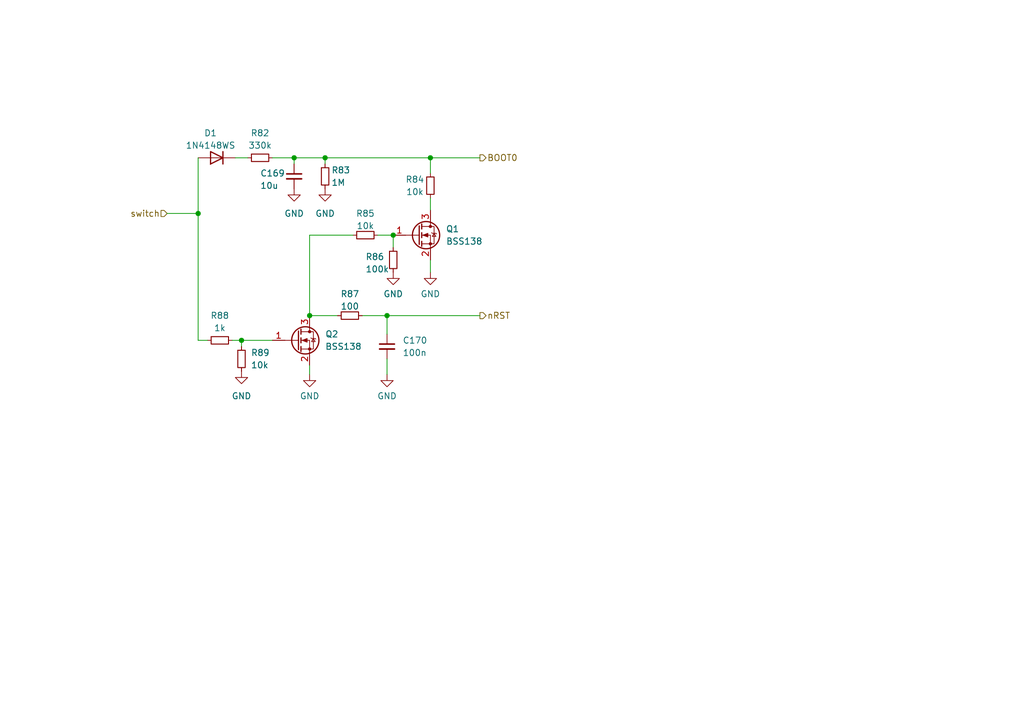
<source format=kicad_sch>
(kicad_sch (version 20231120) (generator "eeschema") (generator_version "8.0")
  (paper "A5")
  (lib_symbols
    (symbol "Device:C_Small" (pin_numbers hide) (pin_names (offset 0.254) hide)
      (property "Reference" "C" (at 0.254 1.778 0))
      (property "Value" "C_Small" (at 0.254 -2.032 0))
      (symbol "C_Small_0_1"
        (polyline (pts (xy -1.524 -0.508) (xy 1.524 -0.508)) (stroke (width 0.3302)))
        (polyline (pts (xy -1.524 0.508) (xy 1.524 0.508)) (stroke (width 0.3048)))
      )
      (symbol "C_Small_1_1"
        (pin passive line (at 0 2.54 270) (length 2.032) (name "~") (number "1"))
        (pin passive line (at 0 -2.54 90) (length 2.032) (name "~") (number "2"))
      )
    )
    (symbol "Device:R_Small" (pin_numbers hide) (pin_names (offset 0.254) hide)
      (property "Reference" "R" (at 0.762 0.508 0))
      (property "Value" "R_Small" (at 0.762 -1.016 0))
      (symbol "R_Small_0_1"
        (rectangle (start -0.762 1.778) (end 0.762 -1.778) (stroke (width 0.2032)))
      )
      (symbol "R_Small_1_1"
        (pin passive line (at 0 2.54 270) (length 0.762) (name "~") (number "1"))
        (pin passive line (at 0 -2.54 90) (length 0.762) (name "~") (number "2"))
      )
    )
    (symbol "Diode:1N4148WS" (pin_numbers hide) (pin_names hide)
      (property "Reference" "D" (at 0 2.54 0))
      (property "Value" "1N4148WS" (at 0 -2.54 0))
      (symbol "1N4148WS_0_1"
        (polyline (pts (xy -1.27 1.27) (xy -1.27 -1.27)) (stroke (width 0.254)))
        (polyline (pts (xy 1.27 0) (xy -1.27 0)))
        (polyline (pts (xy 1.27 1.27) (xy 1.27 -1.27) (xy -1.27 0) (xy 1.27 1.27)) (stroke (width 0.254)))
      )
      (symbol "1N4148WS_1_1"
        (pin passive line (at -3.81 0 0) (length 2.54) (name "K") (number "1"))
        (pin passive line (at 3.81 0 180) (length 2.54) (name "A") (number "2"))
      )
    )
    (symbol "Transistor_FET:2N7002" (pin_names hide)
      (property "Reference" "Q" (at 5.08 1.905 0))
      (property "Value" "2N7002" (at 5.08 0 0))
      (symbol "2N7002_0_1"
        (polyline (pts (xy 0.254 0) (xy -2.54 0)))
        (polyline (pts (xy 0.254 1.905) (xy 0.254 -1.905)) (stroke (width 0.254)))
        (polyline (pts (xy 0.762 -1.27) (xy 0.762 -2.286)) (stroke (width 0.254)))
        (polyline (pts (xy 0.762 0.508) (xy 0.762 -0.508)) (stroke (width 0.254)))
        (polyline (pts (xy 0.762 2.286) (xy 0.762 1.27)) (stroke (width 0.254)))
        (polyline (pts (xy 2.54 2.54) (xy 2.54 1.778)))
        (polyline (pts (xy 2.54 -2.54) (xy 2.54 0) (xy 0.762 0)))
        (polyline (pts (xy 0.762 -1.778) (xy 3.302 -1.778) (xy 3.302 1.778) (xy 0.762 1.778)))
        (polyline (pts (xy 1.016 0) (xy 2.032 0.381) (xy 2.032 -0.381) (xy 1.016 0)) (fill (type outline)))
        (polyline (pts (xy 2.794 0.508) (xy 2.921 0.381) (xy 3.683 0.381) (xy 3.81 0.254)))
        (polyline (pts (xy 3.302 0.381) (xy 2.921 -0.254) (xy 3.683 -0.254) (xy 3.302 0.381)))
        (circle (center 1.651 0) (radius 2.794) (stroke (width 0.254)))
        (circle (center 2.54 -1.778) (radius 0.254) (fill (type outline)))
        (circle (center 2.54 1.778) (radius 0.254) (fill (type outline)))
      )
      (symbol "2N7002_1_1"
        (pin input line (at -5.08 0 0) (length 2.54) (name "G") (number "1"))
        (pin passive line (at 2.54 -5.08 90) (length 2.54) (name "S") (number "2"))
        (pin passive line (at 2.54 5.08 270) (length 2.54) (name "D") (number "3"))
      )
    )
    (symbol "power:GND" (power) (pin_names (offset 0))
      (property "Value" "GND" (at 0 -3.81 0))
      (symbol "GND_0_1"
        (polyline (pts (xy 0 0) (xy 0 -1.27) (xy 1.27 -1.27) (xy 0 -2.54) (xy -1.27 -1.27) (xy 0 -1.27)))
      )
      (symbol "GND_1_1"
        (pin power_in line (at 0 0 270) (length 0) hide (name "GND") (number "1"))
      )
    )
  )
  (junction (at 60.325 32.385))
  (junction (at 63.5 64.77))
  (junction (at 80.645 48.26))
  (junction (at 49.53 69.85))
  (junction (at 79.375 64.77))
  (junction (at 88.265 32.385))
  (junction (at 40.64 43.815))
  (junction (at 66.675 32.385))
  (wire (pts (xy 79.375 64.77) (xy 98.425 64.77)))
  (wire (pts (xy 40.64 32.385) (xy 40.64 43.815)))
  (wire (pts (xy 66.675 33.655) (xy 66.675 32.385)))
  (wire (pts (xy 49.53 69.85) (xy 55.88 69.85)))
  (wire (pts (xy 88.265 32.385) (xy 66.675 32.385)))
  (wire (pts (xy 88.265 35.56) (xy 88.265 32.385)))
  (wire (pts (xy 74.295 64.77) (xy 79.375 64.77)))
  (wire (pts (xy 79.375 64.77) (xy 79.375 68.58)))
  (wire (pts (xy 63.5 48.26) (xy 72.39 48.26)))
  (wire (pts (xy 63.5 76.835) (xy 63.5 74.93)))
  (wire (pts (xy 50.8 32.385) (xy 48.26 32.385)))
  (wire (pts (xy 55.88 32.385) (xy 60.325 32.385)))
  (wire (pts (xy 34.29 43.815) (xy 40.64 43.815)))
  (wire (pts (xy 77.47 48.26) (xy 80.645 48.26)))
  (wire (pts (xy 63.5 48.26) (xy 63.5 64.77)))
  (wire (pts (xy 79.375 73.66) (xy 79.375 76.835)))
  (wire (pts (xy 66.675 32.385) (xy 60.325 32.385)))
  (wire (pts (xy 88.265 40.64) (xy 88.265 43.18)))
  (wire (pts (xy 60.325 32.385) (xy 60.325 33.655)))
  (wire (pts (xy 88.265 32.385) (xy 98.425 32.385)))
  (wire (pts (xy 40.64 69.85) (xy 42.545 69.85)))
  (wire (pts (xy 63.5 64.77) (xy 69.215 64.77)))
  (wire (pts (xy 88.265 55.88) (xy 88.265 53.34)))
  (wire (pts (xy 49.53 69.85) (xy 49.53 71.12)))
  (wire (pts (xy 47.625 69.85) (xy 49.53 69.85)))
  (wire (pts (xy 80.645 50.8) (xy 80.645 48.26)))
  (wire (pts (xy 40.64 43.815) (xy 40.64 69.85)))
  (hierarchical_label "nRST" (shape output) (at 98.425 64.77 0))
  (hierarchical_label "switch" (shape input) (at 34.29 43.815 180))
  (hierarchical_label "BOOT0" (shape output) (at 98.425 32.385 0))
  (symbol (lib_id "Device:R_Small") (at 66.675 36.195 0) (unit 1)
    (property "Reference" "R83" (at 67.945 34.925 0) (effects (justify left)))
    (property "Value" "1M" (at 67.945 37.465 0) (effects (justify left)))
    (property "Footprint" "Resistor_SMD:R_0402_1005Metric" (effects (hide yes)))
  )
  (symbol (lib_id "power:GND") (at 66.675 38.735 0) (unit 1)
    (property "Reference" "#PWR0352" (effects (hide yes)))
    (property "Value" "GND" (at 66.675 43.815 0))
  )
  (symbol (lib_id "Device:R_Small") (at 45.085 69.85 90) (unit 1)
    (property "Reference" "R88" (at 45.085 64.77 90))
    (property "Value" "1k" (at 45.085 67.31 90))
    (property "Footprint" "Resistor_SMD:R_0402_1005Metric" (effects (hide yes)))
  )
  (symbol (lib_id "Device:R_Small") (at 71.755 64.77 90) (unit 1)
    (property "Reference" "R87" (at 71.755 60.325 90))
    (property "Value" "100" (at 71.755 62.865 90))
    (property "Footprint" "Resistor_SMD:R_0402_1005Metric" (effects (hide yes)))
  )
  (symbol (lib_id "power:GND") (at 80.645 55.88 0) (unit 1)
    (property "Reference" "#PWR0353" (effects (hide yes)))
    (property "Value" "GND" (at 80.645 60.325 0))
  )
  (symbol (lib_id "power:GND") (at 79.375 76.835 0) (unit 1)
    (property "Reference" "#PWR0357" (effects (hide yes)))
    (property "Value" "GND" (at 79.375 81.28 0))
  )
  (symbol (lib_id "power:GND") (at 49.53 76.2 0) (unit 1)
    (property "Reference" "#PWR0355" (effects (hide yes)))
    (property "Value" "GND" (at 49.53 81.28 0))
  )
  (symbol (lib_id "Transistor_FET:2N7002") (at 60.96 69.85 0) (unit 1)
    (property "Reference" "Q2" (at 66.675 68.58 0) (effects (justify left)))
    (property "Value" "BSS138" (at 66.675 71.12 0) (effects (justify left)))
    (property "Footprint" "Package_TO_SOT_SMD:SOT-23" (effects (hide yes)))
    (property "Datasheet" "https://www.onsemi.com/pub/Collateral/NDS7002A-D.PDF" (effects (hide yes)))
  )
  (symbol (lib_id "Device:C_Small") (at 60.325 36.195 0) (unit 1)
    (property "Reference" "C169" (at 53.34 35.56 0) (effects (justify left)))
    (property "Value" "10u" (at 53.34 38.1 0) (effects (justify left)))
    (property "Footprint" "Capacitor_SMD:C_1206_3216Metric" (effects (hide yes)))
  )
  (symbol (lib_id "Device:R_Small") (at 53.34 32.385 90) (unit 1)
    (property "Reference" "R82" (at 53.34 27.305 90))
    (property "Value" "330k" (at 53.34 29.845 90))
    (property "Footprint" "Resistor_SMD:R_0603_1608Metric" (effects (hide yes)))
  )
  (symbol (lib_id "power:GND") (at 88.265 55.88 0) (unit 1)
    (property "Reference" "#PWR0354" (effects (hide yes)))
    (property "Value" "GND" (at 88.265 60.325 0))
  )
  (symbol (lib_id "power:GND") (at 63.5 76.835 0) (unit 1)
    (property "Reference" "#PWR0356" (effects (hide yes)))
    (property "Value" "GND" (at 63.5 81.28 0))
  )
  (symbol (lib_id "power:GND") (at 60.325 38.735 0) (unit 1)
    (property "Reference" "#PWR0351" (effects (hide yes)))
    (property "Value" "GND" (at 60.325 43.815 0))
  )
  (symbol (lib_id "Transistor_FET:2N7002") (at 85.725 48.26 0) (unit 1)
    (property "Reference" "Q1" (at 91.44 46.99 0) (effects (justify left)))
    (property "Value" "BSS138" (at 91.44 49.53 0) (effects (justify left)))
    (property "Footprint" "Package_TO_SOT_SMD:SOT-23" (effects (hide yes)))
    (property "Datasheet" "https://www.onsemi.com/pub/Collateral/NDS7002A-D.PDF" (effects (hide yes)))
  )
  (symbol (lib_id "Device:C_Small") (at 79.375 71.12 0) (unit 1)
    (property "Reference" "C170" (at 82.55 69.8563 0) (effects (justify left)))
    (property "Value" "100n" (at 82.55 72.3963 0) (effects (justify left)))
    (property "Footprint" "Capacitor_SMD:C_0402_1005Metric" (effects (hide yes)))
  )
  (symbol (lib_id "Device:R_Small") (at 74.93 48.26 90) (unit 1)
    (property "Reference" "R85" (at 74.93 43.815 90))
    (property "Value" "10k" (at 74.93 46.355 90))
    (property "Footprint" "Resistor_SMD:R_0402_1005Metric" (effects (hide yes)))
  )
  (symbol (lib_id "Device:R_Small") (at 88.265 38.1 180) (unit 1)
    (property "Reference" "R84" (at 85.09 36.83 0))
    (property "Value" "10k" (at 85.09 39.37 0))
    (property "Footprint" "Resistor_SMD:R_0402_1005Metric" (effects (hide yes)))
  )
  (symbol (lib_id "Diode:1N4148WS") (at 44.45 32.385 180) (unit 1)
    (property "Reference" "D1" (at 43.18 27.305 0))
    (property "Value" "1N4148WS" (at 43.18 29.845 0))
    (property "Footprint" "Diode_SMD:D_SOD-323" (effects (hide yes)))
    (property "Datasheet" "https://www.vishay.com/docs/85751/1n4148ws.pdf" (effects (hide yes)))
    (property "Sim.Device" "D" (effects (hide yes)))
    (property "Sim.Pins" "1=K 2=A" (effects (hide yes)))
  )
  (symbol (lib_id "Device:R_Small") (at 49.53 73.66 0) (unit 1)
    (property "Reference" "R89" (at 51.435 72.39 0) (effects (justify left)))
    (property "Value" "10k" (at 51.435 74.93 0) (effects (justify left)))
    (property "Footprint" "Resistor_SMD:R_0402_1005Metric" (effects (hide yes)))
  )
  (symbol (lib_id "Device:R_Small") (at 80.645 53.34 0) (unit 1)
    (property "Reference" "R86" (at 74.93 52.705 0) (effects (justify left)))
    (property "Value" "100k" (at 74.93 55.245 0) (effects (justify left)))
    (property "Footprint" "Resistor_SMD:R_0402_1005Metric" (effects (hide yes)))
  )
)
</source>
